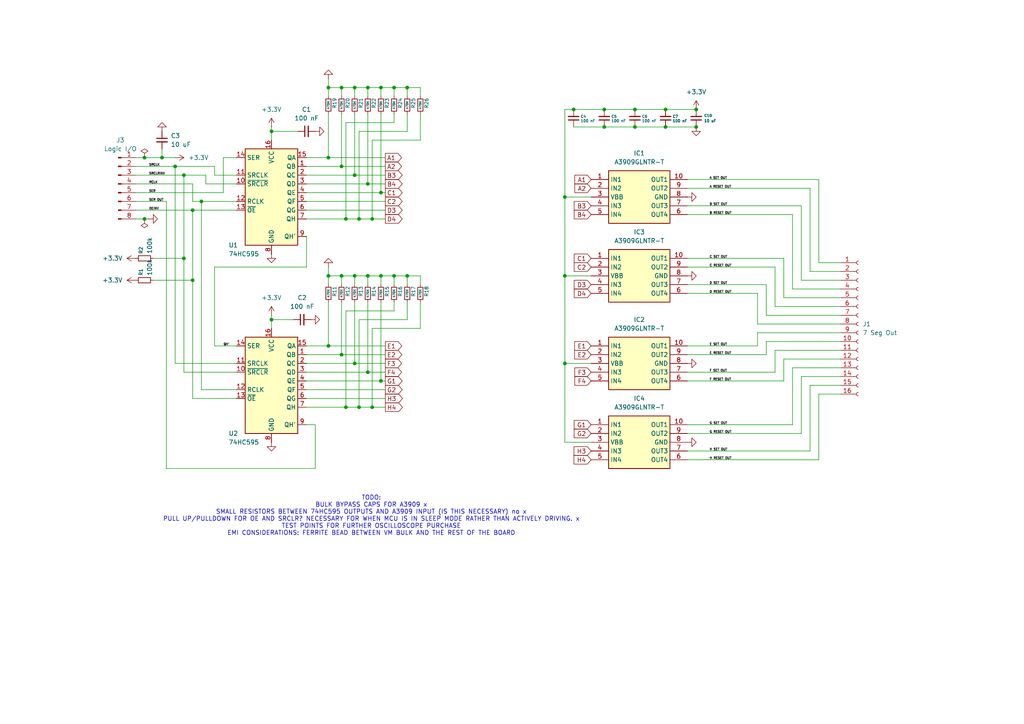
<source format=kicad_sch>
(kicad_sch (version 20250114) (generator "eeschema") (generator_version "9.0")
  (paper "A4")
  (lib_symbols
    (symbol "74xx:74HC595"
      (property "Reference" "U" (at -7.62 13.97 0))
      (property "Value" "74HC595" (at -7.62 -16.51 0))
      (symbol "74HC595_1_0"
        (pin input line (at -10.16 10.16 0) (length 2.54) (name "SER") (number "14"))
        (pin input line (at -10.16 5.08 0) (length 2.54) (name "SRCLK") (number "11"))
        (pin input line (at -10.16 2.54 0) (length 2.54) (name "~{SRCLR}") (number "10"))
        (pin input line (at -10.16 -2.54 0) (length 2.54) (name "RCLK") (number "12"))
        (pin input line (at -10.16 -5.08 0) (length 2.54) (name "~{OE}") (number "13"))
        (pin power_in line (at 0 15.24 270) (length 2.54) (name "VCC") (number "16"))
        (pin power_in line (at 0 -17.78 90) (length 2.54) (name "GND") (number "8"))
        (pin tri_state line (at 10.16 10.16 180) (length 2.54) (name "QA") (number "15"))
        (pin tri_state line (at 10.16 7.62 180) (length 2.54) (name "QB") (number "1"))
        (pin tri_state line (at 10.16 5.08 180) (length 2.54) (name "QC") (number "2"))
        (pin tri_state line (at 10.16 2.54 180) (length 2.54) (name "QD") (number "3"))
        (pin tri_state line (at 10.16 0 180) (length 2.54) (name "QE") (number "4"))
        (pin tri_state line (at 10.16 -2.54 180) (length 2.54) (name "QF") (number "5"))
        (pin tri_state line (at 10.16 -5.08 180) (length 2.54) (name "QG") (number "6"))
        (pin tri_state line (at 10.16 -7.62 180) (length 2.54) (name "QH") (number "7"))
        (pin output line (at 10.16 -12.7 180) (length 2.54) (name "QH'") (number "9"))
      )
      (symbol "74HC595_1_1"
        (rectangle (start -7.62 12.7) (end 7.62 -15.24) (stroke (width 0.254)) (fill (type background)))
      )
    )
    (symbol "A3909GLNTR-T:A3909GLNTR-T"
      (property "Reference" "IC" (at 24.13 7.62 0))
      (property "Value" "A3909GLNTR-T" (at 24.13 5.08 0))
      (symbol "A3909GLNTR-T_1_1"
        (rectangle (start 5.08 2.54) (end 22.86 -12.7) (stroke (width 0.254)) (fill (type background)))
        (pin passive line (at 0 0 0) (length 5.08) (name "IN1") (number "1"))
        (pin passive line (at 0 -2.54 0) (length 5.08) (name "IN2") (number "2"))
        (pin passive line (at 0 -5.08 0) (length 5.08) (name "VBB") (number "3"))
        (pin passive line (at 0 -7.62 0) (length 5.08) (name "IN3") (number "4"))
        (pin passive line (at 0 -10.16 0) (length 5.08) (name "IN4") (number "5"))
        (pin passive line (at 27.94 0 180) (length 5.08) (name "OUT1") (number "10"))
        (pin passive line (at 27.94 -2.54 180) (length 5.08) (name "OUT2") (number "9"))
        (pin passive line (at 27.94 -5.08 180) (length 5.08) (name "GND") (number "8"))
        (pin passive line (at 27.94 -7.62 180) (length 5.08) (name "OUT3") (number "7"))
        (pin passive line (at 27.94 -10.16 180) (length 5.08) (name "OUT4") (number "6"))
      )
    )
    (symbol "Connector:Conn_01x08_Pin" (pin_names (offset 1.016) (hide yes))
      (property "Reference" "J" (at 0 10.16 0))
      (property "Value" "Conn_01x08_Pin" (at 0 -12.7 0))
      (symbol "Conn_01x08_Pin_1_1"
        (rectangle (start 0.8636 7.747) (end 0 7.493) (stroke (width 0.1524)) (fill (type outline)))
        (rectangle (start 0.8636 5.207) (end 0 4.953) (stroke (width 0.1524)) (fill (type outline)))
        (rectangle (start 0.8636 2.667) (end 0 2.413) (stroke (width 0.1524)) (fill (type outline)))
        (rectangle (start 0.8636 0.127) (end 0 -0.127) (stroke (width 0.1524)) (fill (type outline)))
        (rectangle (start 0.8636 -2.413) (end 0 -2.667) (stroke (width 0.1524)) (fill (type outline)))
        (rectangle (start 0.8636 -4.953) (end 0 -5.207) (stroke (width 0.1524)) (fill (type outline)))
        (rectangle (start 0.8636 -7.493) (end 0 -7.747) (stroke (width 0.1524)) (fill (type outline)))
        (rectangle (start 0.8636 -10.033) (end 0 -10.287) (stroke (width 0.1524)) (fill (type outline)))
        (polyline (pts (xy 1.27 7.62) (xy 0.8636 7.62)) (stroke (width 0.1524)))
        (polyline (pts (xy 1.27 5.08) (xy 0.8636 5.08)) (stroke (width 0.1524)))
        (polyline (pts (xy 1.27 2.54) (xy 0.8636 2.54)) (stroke (width 0.1524)))
        (polyline (pts (xy 1.27 0) (xy 0.8636 0)) (stroke (width 0.1524)))
        (polyline (pts (xy 1.27 -2.54) (xy 0.8636 -2.54)) (stroke (width 0.1524)))
        (polyline (pts (xy 1.27 -5.08) (xy 0.8636 -5.08)) (stroke (width 0.1524)))
        (polyline (pts (xy 1.27 -7.62) (xy 0.8636 -7.62)) (stroke (width 0.1524)))
        (polyline (pts (xy 1.27 -10.16) (xy 0.8636 -10.16)) (stroke (width 0.1524)))
        (pin passive line (at 5.08 7.62 180) (length 3.81) (name "Pin_1") (number "1"))
        (pin passive line (at 5.08 5.08 180) (length 3.81) (name "Pin_2") (number "2"))
        (pin passive line (at 5.08 2.54 180) (length 3.81) (name "Pin_3") (number "3"))
        (pin passive line (at 5.08 0 180) (length 3.81) (name "Pin_4") (number "4"))
        (pin passive line (at 5.08 -2.54 180) (length 3.81) (name "Pin_5") (number "5"))
        (pin passive line (at 5.08 -5.08 180) (length 3.81) (name "Pin_6") (number "6"))
        (pin passive line (at 5.08 -7.62 180) (length 3.81) (name "Pin_7") (number "7"))
        (pin passive line (at 5.08 -10.16 180) (length 3.81) (name "Pin_8") (number "8"))
      )
    )
    (symbol "Connector:Conn_01x16_Socket" (pin_names (offset 1.016) (hide yes))
      (property "Reference" "J" (at 0 20.32 0))
      (property "Value" "Conn_01x16_Socket" (at 0 -22.86 0))
      (symbol "Conn_01x16_Socket_1_1"
        (polyline (pts (xy -1.27 17.78) (xy -0.508 17.78)) (stroke (width 0.1524)))
        (polyline (pts (xy -1.27 15.24) (xy -0.508 15.24)) (stroke (width 0.1524)))
        (polyline (pts (xy -1.27 12.7) (xy -0.508 12.7)) (stroke (width 0.1524)))
        (polyline (pts (xy -1.27 10.16) (xy -0.508 10.16)) (stroke (width 0.1524)))
        (polyline (pts (xy -1.27 7.62) (xy -0.508 7.62)) (stroke (width 0.1524)))
        (polyline (pts (xy -1.27 5.08) (xy -0.508 5.08)) (stroke (width 0.1524)))
        (polyline (pts (xy -1.27 2.54) (xy -0.508 2.54)) (stroke (width 0.1524)))
        (polyline (pts (xy -1.27 0) (xy -0.508 0)) (stroke (width 0.1524)))
        (polyline (pts (xy -1.27 -2.54) (xy -0.508 -2.54)) (stroke (width 0.1524)))
        (polyline (pts (xy -1.27 -5.08) (xy -0.508 -5.08)) (stroke (width 0.1524)))
        (polyline (pts (xy -1.27 -7.62) (xy -0.508 -7.62)) (stroke (width 0.1524)))
        (polyline (pts (xy -1.27 -10.16) (xy -0.508 -10.16)) (stroke (width 0.1524)))
        (polyline (pts (xy -1.27 -12.7) (xy -0.508 -12.7)) (stroke (width 0.1524)))
        (polyline (pts (xy -1.27 -15.24) (xy -0.508 -15.24)) (stroke (width 0.1524)))
        (polyline (pts (xy -1.27 -17.78) (xy -0.508 -17.78)) (stroke (width 0.1524)))
        (polyline (pts (xy -1.27 -20.32) (xy -0.508 -20.32)) (stroke (width 0.1524)))
        (arc (start 0 17.272) (mid -0.5058 17.78) (end 0 18.288) (stroke (width 0.1524)))
        (arc (start 0 14.732) (mid -0.5058 15.24) (end 0 15.748) (stroke (width 0.1524)))
        (arc (start 0 12.192) (mid -0.5058 12.7) (end 0 13.208) (stroke (width 0.1524)))
        (arc (start 0 9.652) (mid -0.5058 10.16) (end 0 10.668) (stroke (width 0.1524)))
        (arc (start 0 7.112) (mid -0.5058 7.62) (end 0 8.128) (stroke (width 0.1524)))
        (arc (start 0 4.572) (mid -0.5058 5.08) (end 0 5.588) (stroke (width 0.1524)))
        (arc (start 0 2.032) (mid -0.5058 2.54) (end 0 3.048) (stroke (width 0.1524)))
        (arc (start 0 -0.508) (mid -0.5058 0) (end 0 0.508) (stroke (width 0.1524)))
        (arc (start 0 -3.048) (mid -0.5058 -2.54) (end 0 -2.032) (stroke (width 0.1524)))
        (arc (start 0 -5.588) (mid -0.5058 -5.08) (end 0 -4.572) (stroke (width 0.1524)))
        (arc (start 0 -8.128) (mid -0.5058 -7.62) (end 0 -7.112) (stroke (width 0.1524)))
        (arc (start 0 -10.668) (mid -0.5058 -10.16) (end 0 -9.652) (stroke (width 0.1524)))
        (arc (start 0 -13.208) (mid -0.5058 -12.7) (end 0 -12.192) (stroke (width 0.1524)))
        (arc (start 0 -15.748) (mid -0.5058 -15.24) (end 0 -14.732) (stroke (width 0.1524)))
        (arc (start 0 -18.288) (mid -0.5058 -17.78) (end 0 -17.272) (stroke (width 0.1524)))
        (arc (start 0 -20.828) (mid -0.5058 -20.32) (end 0 -19.812) (stroke (width 0.1524)))
        (pin passive line (at -5.08 17.78 0) (length 3.81) (name "Pin_1") (number "1"))
        (pin passive line (at -5.08 15.24 0) (length 3.81) (name "Pin_2") (number "2"))
        (pin passive line (at -5.08 12.7 0) (length 3.81) (name "Pin_3") (number "3"))
        (pin passive line (at -5.08 10.16 0) (length 3.81) (name "Pin_4") (number "4"))
        (pin passive line (at -5.08 7.62 0) (length 3.81) (name "Pin_5") (number "5"))
        (pin passive line (at -5.08 5.08 0) (length 3.81) (name "Pin_6") (number "6"))
        (pin passive line (at -5.08 2.54 0) (length 3.81) (name "Pin_7") (number "7"))
        (pin passive line (at -5.08 0 0) (length 3.81) (name "Pin_8") (number "8"))
        (pin passive line (at -5.08 -2.54 0) (length 3.81) (name "Pin_9") (number "9"))
        (pin passive line (at -5.08 -5.08 0) (length 3.81) (name "Pin_10") (number "10"))
        (pin passive line (at -5.08 -7.62 0) (length 3.81) (name "Pin_11") (number "11"))
        (pin passive line (at -5.08 -10.16 0) (length 3.81) (name "Pin_12") (number "12"))
        (pin passive line (at -5.08 -12.7 0) (length 3.81) (name "Pin_13") (number "13"))
        (pin passive line (at -5.08 -15.24 0) (length 3.81) (name "Pin_14") (number "14"))
        (pin passive line (at -5.08 -17.78 0) (length 3.81) (name "Pin_15") (number "15"))
        (pin passive line (at -5.08 -20.32 0) (length 3.81) (name "Pin_16") (number "16"))
      )
    )
    (symbol "Device:C_Small" (pin_numbers (hide yes)) (pin_names (offset 0.254) (hide yes))
      (property "Reference" "C" (at 0.254 1.778 0))
      (property "Value" "C_Small" (at 0.254 -2.032 0))
      (symbol "C_Small_0_1"
        (polyline (pts (xy -1.524 0.508) (xy 1.524 0.508)) (stroke (width 0.3048)))
        (polyline (pts (xy -1.524 -0.508) (xy 1.524 -0.508)) (stroke (width 0.3302)))
      )
      (symbol "C_Small_1_1"
        (pin passive line (at 0 2.54 270) (length 2.032) (name "~") (number "1"))
        (pin passive line (at 0 -2.54 90) (length 2.032) (name "~") (number "2"))
      )
    )
    (symbol "Device:R_Small" (pin_numbers (hide yes)) (pin_names (offset 0.254) (hide yes))
      (property "Reference" "R" (at 0 0 90))
      (property "Value" "R_Small" (at 1.778 0 90))
      (symbol "R_Small_0_1"
        (rectangle (start -0.762 1.778) (end 0.762 -1.778) (stroke (width 0.2032)))
      )
      (symbol "R_Small_1_1"
        (pin passive line (at 0 2.54 270) (length 0.762) (name "~") (number "1"))
        (pin passive line (at 0 -2.54 90) (length 0.762) (name "~") (number "2"))
      )
    )
    (symbol "power:+3.3V" (power) (pin_numbers (hide yes)) (pin_names (offset 0) (hide yes))
      (property "Value" "+3.3V" (at 0 3.556 0))
      (symbol "+3.3V_0_1"
        (polyline (pts (xy -0.762 1.27) (xy 0 2.54)))
        (polyline (pts (xy 0 2.54) (xy 0.762 1.27)))
        (polyline (pts (xy 0 0) (xy 0 2.54)))
      )
      (symbol "+3.3V_1_1"
        (pin power_in line (at 0 0 90) (length 0) (name "~") (number "1"))
      )
    )
    (symbol "power:GND" (power) (pin_numbers (hide yes)) (pin_names (offset 0) (hide yes))
      (property "Value" "GND" (at 0 -3.81 0))
      (symbol "GND_0_1"
        (polyline (pts (xy 0 0) (xy 0 -1.27) (xy 1.27 -1.27) (xy 0 -2.54) (xy -1.27 -1.27) (xy 0 -1.27)))
      )
      (symbol "GND_1_1"
        (pin power_in line (at 0 0 270) (length 0) (name "~") (number "1"))
      )
    )
    (symbol "power:PWR_FLAG" (power) (pin_numbers (hide yes)) (pin_names (offset 0) (hide yes))
      (property "Value" "PWR_FLAG" (at 0 3.81 0))
      (symbol "PWR_FLAG_0_0"
        (pin power_out line (at 0 0 90) (length 0) (name "~") (number "1"))
      )
      (symbol "PWR_FLAG_0_1"
        (polyline (pts (xy 0 0) (xy 0 1.27) (xy -1.016 1.905) (xy 0 2.54) (xy 1.016 1.905) (xy 0 1.27)))
      )
    )
  )
  (text "TODO:\nBULK BYPASS CAPS FOR A3909 x\nSMALL RESISTORS BETWEEN 74HC595 OUTPUTS AND A3909 INPUT (IS THIS NECESSARY) no x\nPULL UP/PULLDOWN FOR OE AND SRCLR? NECESSARY FOR WHEN MCU IS IN SLEEP MODE RATHER THAN ACTIVELY DRIVING. x\nTEST POINTS FOR FURTHER OSCILLOSCOPE PURCHASE\nEMI CONSIDERATIONS: FERRITE BEAD BETWEEN VM BULK AND THE REST OF THE BOARD" (at 107.696 149.606 0) (effects (font (size 1.27 1.27))))
  (junction (at 46.99 45.72))
  (junction (at 55.88 81.28))
  (junction (at 104.14 118.11))
  (junction (at 99.06 102.87))
  (junction (at 102.87 25.4))
  (junction (at 78.74 38.1))
  (junction (at 102.87 105.41))
  (junction (at 175.26 31.75))
  (junction (at 95.25 100.33))
  (junction (at 184.15 31.75))
  (junction (at 201.93 31.75))
  (junction (at 53.34 50.8))
  (junction (at 163.83 80.01))
  (junction (at 50.8 48.26))
  (junction (at 104.14 63.5))
  (junction (at 107.95 118.11))
  (junction (at 106.68 80.01))
  (junction (at 110.49 55.88))
  (junction (at 110.49 110.49))
  (junction (at 201.93 36.83))
  (junction (at 100.33 63.5))
  (junction (at 163.83 57.15))
  (junction (at 78.74 92.71))
  (junction (at 166.37 31.75))
  (junction (at 95.25 45.72))
  (junction (at 99.06 25.4))
  (junction (at 102.87 50.8))
  (junction (at 99.06 80.01))
  (junction (at 193.04 36.83))
  (junction (at 41.91 45.72))
  (junction (at 114.3 80.01))
  (junction (at 107.95 63.5))
  (junction (at 106.68 107.95))
  (junction (at 95.25 25.4))
  (junction (at 175.26 36.83))
  (junction (at 163.83 105.41))
  (junction (at 55.88 60.96))
  (junction (at 95.25 80.01))
  (junction (at 99.06 48.26))
  (junction (at 102.87 80.01))
  (junction (at 106.68 25.4))
  (junction (at 193.04 31.75))
  (junction (at 184.15 36.83))
  (junction (at 53.34 74.93))
  (junction (at 118.11 25.4))
  (junction (at 110.49 25.4))
  (junction (at 118.11 80.01))
  (junction (at 58.42 58.42))
  (junction (at 100.33 118.11))
  (junction (at 110.49 80.01))
  (junction (at 41.91 63.5))
  (junction (at 114.3 25.4))
  (junction (at 106.68 53.34))
  (wire (pts (xy 199.39 125.73) (xy 232.41 125.73)))
  (wire (pts (xy 43.18 63.5) (xy 41.91 63.5)))
  (wire (pts (xy 227.33 74.93) (xy 227.33 86.36)))
  (wire (pts (xy 163.83 105.41) (xy 171.45 105.41)))
  (wire (pts (xy 88.9 118.11) (xy 100.33 118.11)))
  (wire (pts (xy 88.9 102.87) (xy 99.06 102.87)))
  (wire (pts (xy 201.93 36.83) (xy 193.04 36.83)))
  (wire (pts (xy 88.9 123.19) (xy 91.44 123.19)))
  (wire (pts (xy 163.83 80.01) (xy 163.83 57.15)))
  (wire (pts (xy 106.68 80.01) (xy 106.68 82.55)))
  (wire (pts (xy 100.33 118.11) (xy 100.33 90.17)))
  (wire (pts (xy 199.39 82.55) (xy 222.25 82.55)))
  (wire (pts (xy 44.45 74.93) (xy 53.34 74.93)))
  (wire (pts (xy 95.25 80.01) (xy 99.06 80.01)))
  (wire (pts (xy 199.39 85.09) (xy 219.71 85.09)))
  (wire (pts (xy 110.49 25.4) (xy 110.49 27.94)))
  (wire (pts (xy 118.11 38.1) (xy 118.11 33.02)))
  (wire (pts (xy 227.33 104.14) (xy 243.84 104.14)))
  (wire (pts (xy 100.33 118.11) (xy 104.14 118.11)))
  (wire (pts (xy 110.49 55.88) (xy 111.76 55.88)))
  (wire (pts (xy 91.44 135.89) (xy 48.26 135.89)))
  (wire (pts (xy 58.42 58.42) (xy 58.42 113.03)))
  (wire (pts (xy 48.26 58.42) (xy 39.37 58.42)))
  (wire (pts (xy 50.8 48.26) (xy 50.8 105.41)))
  (wire (pts (xy 107.95 95.25) (xy 121.92 95.25)))
  (wire (pts (xy 118.11 80.01) (xy 118.11 82.55)))
  (wire (pts (xy 118.11 92.71) (xy 118.11 87.63)))
  (wire (pts (xy 166.37 31.75) (xy 175.26 31.75)))
  (wire (pts (xy 199.39 133.35) (xy 237.49 133.35)))
  (wire (pts (xy 106.68 25.4) (xy 106.68 27.94)))
  (wire (pts (xy 121.92 25.4) (xy 121.92 27.94)))
  (wire (pts (xy 107.95 118.11) (xy 107.95 95.25)))
  (wire (pts (xy 99.06 80.01) (xy 99.06 82.55)))
  (wire (pts (xy 53.34 50.8) (xy 53.34 74.93)))
  (wire (pts (xy 118.11 80.01) (xy 121.92 80.01)))
  (wire (pts (xy 88.9 50.8) (xy 102.87 50.8)))
  (wire (pts (xy 59.69 50.8) (xy 59.69 53.34)))
  (wire (pts (xy 237.49 114.3) (xy 243.84 114.3)))
  (wire (pts (xy 106.68 33.02) (xy 106.68 53.34)))
  (wire (pts (xy 39.37 48.26) (xy 50.8 48.26)))
  (wire (pts (xy 234.95 111.76) (xy 243.84 111.76)))
  (wire (pts (xy 110.49 80.01) (xy 114.3 80.01)))
  (wire (pts (xy 53.34 50.8) (xy 59.69 50.8)))
  (wire (pts (xy 88.9 63.5) (xy 100.33 63.5)))
  (wire (pts (xy 171.45 57.15) (xy 163.83 57.15)))
  (wire (pts (xy 237.49 52.07) (xy 237.49 76.2)))
  (wire (pts (xy 199.39 123.19) (xy 229.87 123.19)))
  (wire (pts (xy 224.79 77.47) (xy 224.79 88.9)))
  (wire (pts (xy 237.49 133.35) (xy 237.49 114.3)))
  (wire (pts (xy 102.87 87.63) (xy 102.87 105.41)))
  (wire (pts (xy 199.39 74.93) (xy 227.33 74.93)))
  (wire (pts (xy 104.14 92.71) (xy 118.11 92.71)))
  (wire (pts (xy 106.68 80.01) (xy 110.49 80.01)))
  (wire (pts (xy 107.95 40.64) (xy 121.92 40.64)))
  (wire (pts (xy 55.88 53.34) (xy 55.88 58.42)))
  (wire (pts (xy 102.87 50.8) (xy 111.76 50.8)))
  (wire (pts (xy 78.74 36.83) (xy 78.74 38.1)))
  (wire (pts (xy 107.95 63.5) (xy 111.76 63.5)))
  (wire (pts (xy 102.87 80.01) (xy 102.87 82.55)))
  (wire (pts (xy 95.25 45.72) (xy 111.76 45.72)))
  (wire (pts (xy 163.83 57.15) (xy 163.83 31.75)))
  (wire (pts (xy 100.33 63.5) (xy 100.33 35.56)))
  (wire (pts (xy 184.15 31.75) (xy 175.26 31.75)))
  (wire (pts (xy 62.23 48.26) (xy 62.23 50.8)))
  (wire (pts (xy 88.9 110.49) (xy 110.49 110.49)))
  (wire (pts (xy 163.83 128.27) (xy 163.83 105.41)))
  (wire (pts (xy 184.15 31.75) (xy 193.04 31.75)))
  (wire (pts (xy 41.91 63.5) (xy 39.37 63.5)))
  (wire (pts (xy 88.9 53.34) (xy 106.68 53.34)))
  (wire (pts (xy 95.25 25.4) (xy 99.06 25.4)))
  (wire (pts (xy 78.74 91.44) (xy 78.74 92.71)))
  (wire (pts (xy 99.06 25.4) (xy 102.87 25.4)))
  (wire (pts (xy 237.49 76.2) (xy 243.84 76.2)))
  (wire (pts (xy 62.23 100.33) (xy 68.58 100.33)))
  (wire (pts (xy 107.95 118.11) (xy 111.76 118.11)))
  (wire (pts (xy 88.9 115.57) (xy 111.76 115.57)))
  (wire (pts (xy 232.41 125.73) (xy 232.41 109.22)))
  (wire (pts (xy 88.9 58.42) (xy 111.76 58.42)))
  (wire (pts (xy 88.9 113.03) (xy 111.76 113.03)))
  (wire (pts (xy 199.39 130.81) (xy 234.95 130.81)))
  (wire (pts (xy 99.06 25.4) (xy 99.06 27.94)))
  (wire (pts (xy 106.68 25.4) (xy 110.49 25.4)))
  (wire (pts (xy 55.88 58.42) (xy 58.42 58.42)))
  (wire (pts (xy 110.49 33.02) (xy 110.49 55.88)))
  (wire (pts (xy 219.71 85.09) (xy 219.71 93.98)))
  (wire (pts (xy 95.25 82.55) (xy 95.25 80.01)))
  (wire (pts (xy 114.3 80.01) (xy 114.3 82.55)))
  (wire (pts (xy 110.49 25.4) (xy 114.3 25.4)))
  (wire (pts (xy 102.87 80.01) (xy 106.68 80.01)))
  (wire (pts (xy 95.25 77.47) (xy 95.25 80.01)))
  (wire (pts (xy 100.33 35.56) (xy 114.3 35.56)))
  (wire (pts (xy 64.77 45.72) (xy 68.58 45.72)))
  (wire (pts (xy 106.68 87.63) (xy 106.68 107.95)))
  (wire (pts (xy 219.71 100.33) (xy 219.71 96.52)))
  (wire (pts (xy 199.39 100.33) (xy 219.71 100.33)))
  (wire (pts (xy 110.49 80.01) (xy 110.49 82.55)))
  (wire (pts (xy 46.99 45.72) (xy 41.91 45.72)))
  (wire (pts (xy 114.3 80.01) (xy 118.11 80.01)))
  (wire (pts (xy 114.3 25.4) (xy 118.11 25.4)))
  (wire (pts (xy 99.06 102.87) (xy 111.76 102.87)))
  (wire (pts (xy 100.33 90.17) (xy 114.3 90.17)))
  (wire (pts (xy 95.25 27.94) (xy 95.25 25.4)))
  (wire (pts (xy 224.79 88.9) (xy 243.84 88.9)))
  (wire (pts (xy 88.9 100.33) (xy 95.25 100.33)))
  (wire (pts (xy 58.42 113.03) (xy 68.58 113.03)))
  (wire (pts (xy 199.39 110.49) (xy 227.33 110.49)))
  (wire (pts (xy 199.39 54.61) (xy 234.95 54.61)))
  (wire (pts (xy 59.69 53.34) (xy 68.58 53.34)))
  (wire (pts (xy 163.83 105.41) (xy 163.83 80.01)))
  (wire (pts (xy 102.87 33.02) (xy 102.87 50.8)))
  (wire (pts (xy 99.06 33.02) (xy 99.06 48.26)))
  (wire (pts (xy 102.87 105.41) (xy 111.76 105.41)))
  (wire (pts (xy 99.06 80.01) (xy 102.87 80.01)))
  (wire (pts (xy 229.87 83.82) (xy 243.84 83.82)))
  (wire (pts (xy 222.25 91.44) (xy 243.84 91.44)))
  (wire (pts (xy 171.45 80.01) (xy 163.83 80.01)))
  (wire (pts (xy 110.49 87.63) (xy 110.49 110.49)))
  (wire (pts (xy 99.06 87.63) (xy 99.06 102.87)))
  (wire (pts (xy 199.39 102.87) (xy 222.25 102.87)))
  (wire (pts (xy 95.25 87.63) (xy 95.25 100.33)))
  (wire (pts (xy 50.8 48.26) (xy 62.23 48.26)))
  (wire (pts (xy 39.37 50.8) (xy 53.34 50.8)))
  (wire (pts (xy 55.88 81.28) (xy 55.88 115.57)))
  (wire (pts (xy 100.33 63.5) (xy 104.14 63.5)))
  (wire (pts (xy 55.88 60.96) (xy 55.88 81.28)))
  (wire (pts (xy 229.87 62.23) (xy 229.87 83.82)))
  (wire (pts (xy 114.3 25.4) (xy 114.3 27.94)))
  (wire (pts (xy 78.74 38.1) (xy 78.74 40.64)))
  (wire (pts (xy 110.49 110.49) (xy 111.76 110.49)))
  (wire (pts (xy 121.92 80.01) (xy 121.92 82.55)))
  (wire (pts (xy 88.9 77.47) (xy 62.23 77.47)))
  (wire (pts (xy 78.74 92.71) (xy 85.09 92.71)))
  (wire (pts (xy 229.87 106.68) (xy 243.84 106.68)))
  (wire (pts (xy 114.3 90.17) (xy 114.3 87.63)))
  (wire (pts (xy 95.25 33.02) (xy 95.25 45.72)))
  (wire (pts (xy 39.37 53.34) (xy 55.88 53.34)))
  (wire (pts (xy 46.99 43.18) (xy 46.99 45.72)))
  (wire (pts (xy 229.87 123.19) (xy 229.87 106.68)))
  (wire (pts (xy 234.95 54.61) (xy 234.95 78.74)))
  (wire (pts (xy 219.71 96.52) (xy 243.84 96.52)))
  (wire (pts (xy 184.15 36.83) (xy 175.26 36.83)))
  (wire (pts (xy 58.42 58.42) (xy 68.58 58.42)))
  (wire (pts (xy 104.14 118.11) (xy 107.95 118.11)))
  (wire (pts (xy 171.45 128.27) (xy 163.83 128.27)))
  (wire (pts (xy 163.83 31.75) (xy 166.37 31.75)))
  (wire (pts (xy 88.9 68.58) (xy 88.9 77.47)))
  (wire (pts (xy 104.14 118.11) (xy 104.14 92.71)))
  (wire (pts (xy 121.92 95.25) (xy 121.92 87.63)))
  (wire (pts (xy 222.25 99.06) (xy 243.84 99.06)))
  (wire (pts (xy 39.37 55.88) (xy 64.77 55.88)))
  (wire (pts (xy 99.06 48.26) (xy 111.76 48.26)))
  (wire (pts (xy 39.37 60.96) (xy 55.88 60.96)))
  (wire (pts (xy 234.95 78.74) (xy 243.84 78.74)))
  (wire (pts (xy 88.9 55.88) (xy 110.49 55.88)))
  (wire (pts (xy 201.93 31.75) (xy 193.04 31.75)))
  (wire (pts (xy 50.8 45.72) (xy 46.99 45.72)))
  (wire (pts (xy 44.45 81.28) (xy 55.88 81.28)))
  (wire (pts (xy 199.39 52.07) (xy 237.49 52.07)))
  (wire (pts (xy 62.23 77.47) (xy 62.23 100.33)))
  (wire (pts (xy 107.95 63.5) (xy 107.95 40.64)))
  (wire (pts (xy 62.23 50.8) (xy 68.58 50.8)))
  (wire (pts (xy 55.88 60.96) (xy 68.58 60.96)))
  (wire (pts (xy 121.92 40.64) (xy 121.92 33.02)))
  (wire (pts (xy 234.95 130.81) (xy 234.95 111.76)))
  (wire (pts (xy 50.8 105.41) (xy 68.58 105.41)))
  (wire (pts (xy 78.74 92.71) (xy 78.74 95.25)))
  (wire (pts (xy 199.39 107.95) (xy 224.79 107.95)))
  (wire (pts (xy 104.14 38.1) (xy 118.11 38.1)))
  (wire (pts (xy 224.79 101.6) (xy 243.84 101.6)))
  (wire (pts (xy 222.25 102.87) (xy 222.25 99.06)))
  (wire (pts (xy 118.11 25.4) (xy 121.92 25.4)))
  (wire (pts (xy 199.39 62.23) (xy 229.87 62.23)))
  (wire (pts (xy 53.34 107.95) (xy 68.58 107.95)))
  (wire (pts (xy 64.77 55.88) (xy 64.77 45.72)))
  (wire (pts (xy 55.88 115.57) (xy 68.58 115.57)))
  (wire (pts (xy 227.33 110.49) (xy 227.33 104.14)))
  (wire (pts (xy 232.41 81.28) (xy 243.84 81.28)))
  (wire (pts (xy 199.39 59.69) (xy 232.41 59.69)))
  (wire (pts (xy 102.87 25.4) (xy 102.87 27.94)))
  (wire (pts (xy 106.68 107.95) (xy 111.76 107.95)))
  (wire (pts (xy 118.11 25.4) (xy 118.11 27.94)))
  (wire (pts (xy 102.87 25.4) (xy 106.68 25.4)))
  (wire (pts (xy 95.25 22.86) (xy 95.25 25.4)))
  (wire (pts (xy 48.26 135.89) (xy 48.26 58.42)))
  (wire (pts (xy 88.9 107.95) (xy 106.68 107.95)))
  (wire (pts (xy 199.39 77.47) (xy 224.79 77.47)))
  (wire (pts (xy 53.34 74.93) (xy 53.34 107.95)))
  (wire (pts (xy 222.25 82.55) (xy 222.25 91.44)))
  (wire (pts (xy 232.41 59.69) (xy 232.41 81.28)))
  (wire (pts (xy 184.15 36.83) (xy 193.04 36.83)))
  (wire (pts (xy 41.91 45.72) (xy 39.37 45.72)))
  (wire (pts (xy 114.3 35.56) (xy 114.3 33.02)))
  (wire (pts (xy 227.33 86.36) (xy 243.84 86.36)))
  (wire (pts (xy 86.36 38.1) (xy 78.74 38.1)))
  (wire (pts (xy 95.25 100.33) (xy 111.76 100.33)))
  (wire (pts (xy 91.44 123.19) (xy 91.44 135.89)))
  (wire (pts (xy 106.68 53.34) (xy 111.76 53.34)))
  (wire (pts (xy 88.9 48.26) (xy 99.06 48.26)))
  (wire (pts (xy 232.41 109.22) (xy 243.84 109.22)))
  (wire (pts (xy 219.71 93.98) (xy 243.84 93.98)))
  (wire (pts (xy 88.9 60.96) (xy 111.76 60.96)))
  (wire (pts (xy 224.79 107.95) (xy 224.79 101.6)))
  (wire (pts (xy 88.9 105.41) (xy 102.87 105.41)))
  (wire (pts (xy 104.14 63.5) (xy 107.95 63.5)))
  (wire (pts (xy 104.14 63.5) (xy 104.14 38.1)))
  (wire (pts (xy 88.9 45.72) (xy 95.25 45.72)))
  (wire (pts (xy 166.37 36.83) (xy 175.26 36.83)))
  (label "A SET OUT" (at 205.74 52.07 0) (effects (font (size 0.635 0.635))))
  (label "A RESET OUT" (at 205.74 54.61 0) (effects (font (size 0.635 0.635))))
  (label "B SET OUT" (at 205.74 59.69 0) (effects (font (size 0.635 0.635))))
  (label "B RESET OUT" (at 205.74 62.23 0) (effects (font (size 0.635 0.635))))
  (label "C SET OUT" (at 205.74 74.93 0) (effects (font (size 0.635 0.635))))
  (label "C RESET OUT" (at 205.74 77.47 0) (effects (font (size 0.635 0.635))))
  (label "D SET OUT" (at 205.74 82.55 0) (effects (font (size 0.635 0.635))))
  (label "D RESET OUT" (at 205.74 85.09 0) (effects (font (size 0.635 0.635))))
  (label "H RESET OUT" (at 205.74 133.35 0) (effects (font (size 0.635 0.635))))
  (label "E SET OUT" (at 205.74 100.33 0) (effects (font (size 0.635 0.635))))
  (label "E RESET OUT" (at 205.74 102.87 0) (effects (font (size 0.635 0.635))))
  (label "F SET OUT" (at 205.74 107.95 0) (effects (font (size 0.635 0.635))))
  (label "F RESET OUT" (at 205.74 110.49 0) (effects (font (size 0.635 0.635))))
  (label "G SET OUT" (at 205.74 123.19 0) (effects (font (size 0.635 0.635))))
  (label "G RESET OUT" (at 205.74 125.73 0) (effects (font (size 0.635 0.635))))
  (label "H SET OUT" (at 205.74 130.81 0) (effects (font (size 0.635 0.635))))
  (label "OEINV" (at 43.18 60.96 0) (effects (font (size 0.635 0.635))))
  (label "SER OUT" (at 43.18 58.42 0) (effects (font (size 0.635 0.635))))
  (label "SER" (at 43.18 55.88 0) (effects (font (size 0.635 0.635))))
  (label "SRCLK" (at 43.18 48.26 0) (effects (font (size 0.635 0.635))))
  (label "SRCLRINV" (at 43.18 50.8 0) (effects (font (size 0.635 0.635))))
  (label "RCLK" (at 43.18 53.34 0) (effects (font (size 0.635 0.635))))
  (label "QH'" (at 64.77 100.33 0) (effects (font (size 0.635 0.635))))
  (global_label "A2" (shape output) (at 111.76 48.26 0) (property "Intersheetrefs" "${INTERSHEET_REFS}" (effects (hide yes))))
  (global_label "A1" (shape output) (at 111.76 45.72 0) (property "Intersheetrefs" "${INTERSHEET_REFS}" (effects (hide yes))))
  (global_label "B3" (shape output) (at 111.76 50.8 0) (property "Intersheetrefs" "${INTERSHEET_REFS}" (effects (hide yes))))
  (global_label "B4" (shape output) (at 111.76 53.34 0) (property "Intersheetrefs" "${INTERSHEET_REFS}" (effects (hide yes))))
  (global_label "C2" (shape output) (at 111.76 58.42 0) (property "Intersheetrefs" "${INTERSHEET_REFS}" (effects (hide yes))))
  (global_label "D3" (shape output) (at 111.76 60.96 0) (property "Intersheetrefs" "${INTERSHEET_REFS}" (effects (hide yes))))
  (global_label "C1" (shape output) (at 111.76 55.88 0) (property "Intersheetrefs" "${INTERSHEET_REFS}" (effects (hide yes))))
  (global_label "D4" (shape output) (at 111.76 63.5 0) (property "Intersheetrefs" "${INTERSHEET_REFS}" (effects (hide yes))))
  (global_label "H4" (shape output) (at 111.76 118.11 0) (property "Intersheetrefs" "${INTERSHEET_REFS}" (effects (hide yes))))
  (global_label "F3" (shape output) (at 111.76 105.41 0) (property "Intersheetrefs" "${INTERSHEET_REFS}" (effects (hide yes))))
  (global_label "H3" (shape output) (at 111.76 115.57 0) (property "Intersheetrefs" "${INTERSHEET_REFS}" (effects (hide yes))))
  (global_label "G2" (shape output) (at 111.76 113.03 0) (property "Intersheetrefs" "${INTERSHEET_REFS}" (effects (hide yes))))
  (global_label "G1" (shape output) (at 111.76 110.49 0) (property "Intersheetrefs" "${INTERSHEET_REFS}" (effects (hide yes))))
  (global_label "E2" (shape output) (at 111.76 102.87 0) (property "Intersheetrefs" "${INTERSHEET_REFS}" (effects (hide yes))))
  (global_label "F4" (shape output) (at 111.76 107.95 0) (property "Intersheetrefs" "${INTERSHEET_REFS}" (effects (hide yes))))
  (global_label "E1" (shape output) (at 111.76 100.33 0) (property "Intersheetrefs" "${INTERSHEET_REFS}" (effects (hide yes))))
  (global_label "E2" (shape input) (at 171.45 102.87 180) (property "Intersheetrefs" "${INTERSHEET_REFS}" (effects (hide yes))))
  (global_label "F4" (shape input) (at 171.45 110.49 180) (property "Intersheetrefs" "${INTERSHEET_REFS}" (effects (hide yes))))
  (global_label "F3" (shape input) (at 171.45 107.95 180) (property "Intersheetrefs" "${INTERSHEET_REFS}" (effects (hide yes))))
  (global_label "E1" (shape input) (at 171.45 100.33 180) (property "Intersheetrefs" "${INTERSHEET_REFS}" (effects (hide yes))))
  (global_label "G1" (shape input) (at 171.45 123.19 180) (property "Intersheetrefs" "${INTERSHEET_REFS}" (effects (hide yes))))
  (global_label "G2" (shape input) (at 171.45 125.73 180) (property "Intersheetrefs" "${INTERSHEET_REFS}" (effects (hide yes))))
  (global_label "B3" (shape input) (at 171.45 59.69 180) (property "Intersheetrefs" "${INTERSHEET_REFS}" (effects (hide yes))))
  (global_label "B4" (shape input) (at 171.45 62.23 180) (property "Intersheetrefs" "${INTERSHEET_REFS}" (effects (hide yes))))
  (global_label "D3" (shape input) (at 171.45 82.55 180) (property "Intersheetrefs" "${INTERSHEET_REFS}" (effects (hide yes))))
  (global_label "A2" (shape input) (at 171.45 54.61 180) (property "Intersheetrefs" "${INTERSHEET_REFS}" (effects (hide yes))))
  (global_label "C1" (shape input) (at 171.45 74.93 180) (property "Intersheetrefs" "${INTERSHEET_REFS}" (effects (hide yes))))
  (global_label "C2" (shape input) (at 171.45 77.47 180) (property "Intersheetrefs" "${INTERSHEET_REFS}" (effects (hide yes))))
  (global_label "A1" (shape input) (at 171.45 52.07 180) (property "Intersheetrefs" "${INTERSHEET_REFS}" (effects (hide yes))))
  (global_label "D4" (shape input) (at 171.45 85.09 180) (property "Intersheetrefs" "${INTERSHEET_REFS}" (effects (hide yes))))
  (global_label "H3" (shape input) (at 171.45 130.81 180) (property "Intersheetrefs" "${INTERSHEET_REFS}" (effects (hide yes))))
  (global_label "H4" (shape input) (at 171.45 133.35 180) (property "Intersheetrefs" "${INTERSHEET_REFS}" (effects (hide yes))))
  (symbol (lib_id "power:GND") (at 91.44 38.1 90) (unit 1)
    (property "Reference" "#PWR019" (effects (hide yes)))
    (property "Value" "GND" (effects (hide yes)))
    (property "Description" "Power symbol creates a global label with name \"GND\" , ground" (effects (hide yes)))
  )
  (symbol (lib_id "power:+3.3V") (at 50.8 45.72 270) (unit 1)
    (property "Reference" "#PWR01" (effects (hide yes)))
    (property "Value" "+3.3V" (at 54.61 45.7199 90) (effects (justify left)))
    (property "Description" "Power symbol creates a global label with name \"+3.3V\"" (effects (hide yes)))
  )
  (symbol (lib_id "Device:C_Small") (at 166.37 34.29 180) (unit 1)
    (property "Reference" "C4" (at 168.402 33.782 0) (effects (font (size 0.762 0.762)) (justify right)))
    (property "Value" "100 nF" (at 168.402 35.052 0) (effects (font (size 0.762 0.762)) (justify right)))
    (property "Description" "Unpolarized capacitor, small symbol" (effects (hide yes)))
  )
  (symbol (lib_id "Device:R_Small") (at 102.87 85.09 0) (unit 1)
    (property "Reference" "R13" (at 104.648 86.106 90) (effects (font (size 1.016 1.016)) (justify left)))
    (property "Value" "470K" (at 102.87 86.36 90) (effects (font (size 0.635 0.635)) (justify left)))
    (property "Description" "Resistor, small symbol" (effects (hide yes)))
  )
  (symbol (lib_id "Device:R_Small") (at 99.06 30.48 0) (unit 1)
    (property "Reference" "R20" (at 100.838 31.496 90) (effects (font (size 1.016 1.016)) (justify left)))
    (property "Value" "470K" (at 99.06 31.75 90) (effects (font (size 0.635 0.635)) (justify left)))
    (property "Description" "Resistor, small symbol" (effects (hide yes)))
  )
  (symbol (lib_id "Device:R_Small") (at 121.92 30.48 0) (unit 1)
    (property "Reference" "R26" (at 123.698 31.496 90) (effects (font (size 1.016 1.016)) (justify left)))
    (property "Value" "470K" (at 121.92 31.75 90) (effects (font (size 0.635 0.635)) (justify left)))
    (property "Description" "Resistor, small symbol" (effects (hide yes)))
  )
  (symbol (lib_id "Device:R_Small") (at 118.11 85.09 0) (unit 1)
    (property "Reference" "R17" (at 119.888 86.106 90) (effects (font (size 1.016 1.016)) (justify left)))
    (property "Value" "470K" (at 118.11 86.36 90) (effects (font (size 0.635 0.635)) (justify left)))
    (property "Description" "Resistor, small symbol" (effects (hide yes)))
  )
  (symbol (lib_id "Device:R_Small") (at 110.49 85.09 0) (unit 1)
    (property "Reference" "R15" (at 112.268 86.106 90) (effects (font (size 1.016 1.016)) (justify left)))
    (property "Value" "470K" (at 110.49 86.36 90) (effects (font (size 0.635 0.635)) (justify left)))
    (property "Description" "Resistor, small symbol" (effects (hide yes)))
  )
  (symbol (lib_id "power:GND") (at 95.25 77.47 180) (unit 1)
    (property "Reference" "#PWR014" (effects (hide yes)))
    (property "Value" "GND" (effects (hide yes)))
    (property "Description" "Power symbol creates a global label with name \"GND\" , ground" (effects (hide yes)))
  )
  (symbol (lib_id "Device:R_Small") (at 95.25 85.09 0) (unit 1)
    (property "Reference" "R11" (at 97.028 86.106 90) (effects (font (size 1.016 1.016)) (justify left)))
    (property "Value" "470K" (at 95.25 86.36 90) (effects (font (size 0.635 0.635)) (justify left)))
    (property "Description" "Resistor, small symbol" (effects (hide yes)))
  )
  (symbol (lib_id "power:GND") (at 95.25 22.86 180) (unit 1)
    (property "Reference" "#PWR013" (effects (hide yes)))
    (property "Value" "GND" (effects (hide yes)))
    (property "Description" "Power symbol creates a global label with name \"GND\" , ground" (effects (hide yes)))
  )
  (symbol (lib_id "Device:R_Small") (at 106.68 85.09 0) (unit 1)
    (property "Reference" "R14" (at 108.458 86.106 90) (effects (font (size 1.016 1.016)) (justify left)))
    (property "Value" "470K" (at 106.68 86.36 90) (effects (font (size 0.635 0.635)) (justify left)))
    (property "Description" "Resistor, small symbol" (effects (hide yes)))
  )
  (symbol (lib_id "Device:R_Small") (at 121.92 85.09 0) (unit 1)
    (property "Reference" "R18" (at 123.698 86.106 90) (effects (font (size 1.016 1.016)) (justify left)))
    (property "Value" "470K" (at 121.92 86.36 90) (effects (font (size 0.635 0.635)) (justify left)))
    (property "Description" "Resistor, small symbol" (effects (hide yes)))
  )
  (symbol (lib_id "power:GND") (at 46.99 38.1 180) (unit 1)
    (property "Reference" "#PWR021" (effects (hide yes)))
    (property "Value" "GND" (effects (hide yes)))
    (property "Description" "Power symbol creates a global label with name \"GND\" , ground" (effects (hide yes)))
  )
  (symbol (lib_id "power:GND") (at 78.74 128.27 0) (mirror y) (unit 1)
    (property "Reference" "#PWR06" (effects (hide yes)))
    (property "Value" "GND" (effects (hide yes)))
    (property "Description" "Power symbol creates a global label with name \"GND\" , ground" (effects (hide yes)))
  )
  (symbol (lib_id "A3909GLNTR-T:A3909GLNTR-T") (at 171.45 74.93 0) (unit 1)
    (property "Reference" "IC3" (at 185.42 67.31 0))
    (property "Value" "A3909GLNTR-T" (at 185.42 69.85 0))
    (property "Footprint" "KiCad:SOP100P600X175-10N" (effects (hide yes)))
    (property "Datasheet" "http://www.allegromicro.com/~/media/files/datasheets/a3909-datasheet.pdf" (effects (hide yes)))
    (property "Description" "Low Voltage Dual Full-Bridge Motor Driver" (effects (hide yes)))
    (property "Height" "1.75" (effects (hide yes)))
    (property "Mouser Part Number" "250-A3909GLNTR-T" (effects (hide yes)))
    (property "Mouser Price/Stock" "https://www.mouser.co.uk/ProductDetail/Allegro-MicroSystems/A3909GLNTR-T?qs=pUKx8fyJudC%252BMGD7t6mLWQ%3D%3D" (effects (hide yes)))
    (property "Manufacturer_Name" "Allegro Microsystems" (effects (hide yes)))
    (property "Manufacturer_Part_Number" "A3909GLNTR-T" (effects (hide yes)))
  )
  (symbol (lib_id "power:+3.3V") (at 78.74 36.83 0) (mirror y) (unit 1)
    (property "Reference" "#PWR02" (effects (hide yes)))
    (property "Value" "+3.3V" (at 78.74 31.75 0))
    (property "Description" "Power symbol creates a global label with name \"+3.3V\"" (effects (hide yes)))
  )
  (symbol (lib_id "power:+3.3V") (at 39.37 74.93 90) (mirror x) (unit 1)
    (property "Reference" "#PWR023" (effects (hide yes)))
    (property "Value" "+3.3V" (at 35.56 74.9299 90) (effects (justify left)))
    (property "Description" "Power symbol creates a global label with name \"+3.3V\"" (effects (hide yes)))
  )
  (symbol (lib_id "power:+3.3V") (at 78.74 91.44 0) (mirror y) (unit 1)
    (property "Reference" "#PWR03" (effects (hide yes)))
    (property "Value" "+3.3V" (at 78.74 86.36 0))
    (property "Description" "Power symbol creates a global label with name \"+3.3V\"" (effects (hide yes)))
  )
  (symbol (lib_id "74xx:74HC595") (at 78.74 110.49 0) (unit 1)
    (property "Reference" "U2" (at 66.294 125.73 0) (effects (justify left)))
    (property "Value" "74HC595" (at 66.294 128.27 0) (effects (justify left)))
    (property "Footprint" "Package_SO:SOIC-16_3.9x9.9mm_P1.27mm" (effects (hide yes)))
    (property "Datasheet" "http://www.ti.com/lit/ds/symlink/sn74hc595.pdf" (effects (hide yes)))
    (property "Description" "8-bit serial in/out Shift Register 3-State Outputs" (effects (hide yes)))
  )
  (symbol (lib_id "Device:C_Small") (at 46.99 40.64 0) (unit 1)
    (property "Reference" "C3" (at 49.53 39.3762 0) (effects (justify left)))
    (property "Value" "10 uF" (at 49.53 41.9162 0) (effects (justify left)))
    (property "Description" "Unpolarized capacitor, small symbol" (effects (hide yes)))
  )
  (symbol (lib_id "power:+3.3V") (at 201.93 31.75 0) (mirror y) (unit 1)
    (property "Reference" "#PWR011" (effects (hide yes)))
    (property "Value" "+3.3V" (at 201.93 26.67 0))
    (property "Description" "Power symbol creates a global label with name \"+3.3V\"" (effects (hide yes)))
  )
  (symbol (lib_id "power:GND") (at 199.39 105.41 90) (unit 1)
    (property "Reference" "#PWR08" (effects (hide yes)))
    (property "Value" "GND" (effects (hide yes)))
    (property "Description" "Power symbol creates a global label with name \"GND\" , ground" (effects (hide yes)))
  )
  (symbol (lib_id "A3909GLNTR-T:A3909GLNTR-T") (at 171.45 52.07 0) (unit 1)
    (property "Reference" "IC1" (at 185.42 44.45 0))
    (property "Value" "A3909GLNTR-T" (at 185.42 46.99 0))
    (property "Footprint" "KiCad:SOP100P600X175-10N" (effects (hide yes)))
    (property "Datasheet" "http://www.allegromicro.com/~/media/files/datasheets/a3909-datasheet.pdf" (effects (hide yes)))
    (property "Description" "Low Voltage Dual Full-Bridge Motor Driver" (effects (hide yes)))
    (property "Height" "1.75" (effects (hide yes)))
    (property "Mouser Part Number" "250-A3909GLNTR-T" (effects (hide yes)))
    (property "Mouser Price/Stock" "https://www.mouser.co.uk/ProductDetail/Allegro-MicroSystems/A3909GLNTR-T?qs=pUKx8fyJudC%252BMGD7t6mLWQ%3D%3D" (effects (hide yes)))
    (property "Manufacturer_Name" "Allegro Microsystems" (effects (hide yes)))
    (property "Manufacturer_Part_Number" "A3909GLNTR-T" (effects (hide yes)))
  )
  (symbol (lib_id "Device:R_Small") (at 110.49 30.48 0) (unit 1)
    (property "Reference" "R23" (at 112.268 31.496 90) (effects (font (size 1.016 1.016)) (justify left)))
    (property "Value" "470K" (at 110.49 31.75 90) (effects (font (size 0.635 0.635)) (justify left)))
    (property "Description" "Resistor, small symbol" (effects (hide yes)))
  )
  (symbol (lib_id "Connector:Conn_01x08_Pin") (at 34.29 53.34 0) (unit 1)
    (property "Reference" "J3" (at 34.925 40.64 0))
    (property "Value" "Logic I/O" (at 34.925 43.18 0))
    (property "Description" "Generic connector, single row, 01x08, script generated" (effects (hide yes)))
  )
  (symbol (lib_id "Device:C_Small") (at 87.63 92.71 90) (unit 1)
    (property "Reference" "C2" (at 87.6363 86.36 90))
    (property "Value" "100 nF" (at 87.6363 88.9 90))
    (property "Description" "Unpolarized capacitor, small symbol" (effects (hide yes)))
  )
  (symbol (lib_id "Device:C_Small") (at 193.04 34.29 180) (unit 1)
    (property "Reference" "C7" (at 195.072 33.782 0) (effects (font (size 0.762 0.762)) (justify right)))
    (property "Value" "100 nF" (at 195.072 35.052 0) (effects (font (size 0.762 0.762)) (justify right)))
    (property "Description" "Unpolarized capacitor, small symbol" (effects (hide yes)))
  )
  (symbol (lib_id "power:GND") (at 90.17 92.71 90) (unit 1)
    (property "Reference" "#PWR020" (effects (hide yes)))
    (property "Value" "GND" (effects (hide yes)))
    (property "Description" "Power symbol creates a global label with name \"GND\" , ground" (effects (hide yes)))
  )
  (symbol (lib_id "A3909GLNTR-T:A3909GLNTR-T") (at 171.45 100.33 0) (unit 1)
    (property "Reference" "IC2" (at 185.42 92.71 0))
    (property "Value" "A3909GLNTR-T" (at 185.42 95.25 0))
    (property "Footprint" "KiCad:SOP100P600X175-10N" (effects (hide yes)))
    (property "Datasheet" "http://www.allegromicro.com/~/media/files/datasheets/a3909-datasheet.pdf" (effects (hide yes)))
    (property "Description" "Low Voltage Dual Full-Bridge Motor Driver" (effects (hide yes)))
    (property "Height" "1.75" (effects (hide yes)))
    (property "Mouser Part Number" "250-A3909GLNTR-T" (effects (hide yes)))
    (property "Mouser Price/Stock" "https://www.mouser.co.uk/ProductDetail/Allegro-MicroSystems/A3909GLNTR-T?qs=pUKx8fyJudC%252BMGD7t6mLWQ%3D%3D" (effects (hide yes)))
    (property "Manufacturer_Name" "Allegro Microsystems" (effects (hide yes)))
    (property "Manufacturer_Part_Number" "A3909GLNTR-T" (effects (hide yes)))
  )
  (symbol (lib_id "power:PWR_FLAG") (at 41.91 63.5 0) (mirror x) (unit 1)
    (property "Reference" "#FLG02" (effects (hide yes)))
    (property "Value" "PWR_FLAG" (effects (hide yes)))
    (property "Description" "Special symbol for telling ERC where power comes from" (effects (hide yes)))
  )
  (symbol (lib_id "Device:C_Small") (at 88.9 38.1 90) (unit 1)
    (property "Reference" "C1" (at 88.9063 31.75 90))
    (property "Value" "100 nF" (at 88.9063 34.29 90))
    (property "Description" "Unpolarized capacitor, small symbol" (effects (hide yes)))
  )
  (symbol (lib_id "Device:R_Small") (at 41.91 74.93 90) (unit 1)
    (property "Reference" "R2" (at 40.894 73.66 0) (effects (font (size 1.016 1.016)) (justify left)))
    (property "Value" "100k" (at 43.434 73.66 0) (effects (justify left)))
    (property "Description" "Resistor, small symbol" (effects (hide yes)))
  )
  (symbol (lib_id "Device:R_Small") (at 41.91 81.28 90) (unit 1)
    (property "Reference" "R1" (at 40.894 80.01 0) (effects (font (size 1.016 1.016)) (justify left)))
    (property "Value" "100k" (at 43.434 80.01 0) (effects (justify left)))
    (property "Description" "Resistor, small symbol" (effects (hide yes)))
  )
  (symbol (lib_id "Device:C_Small") (at 201.93 34.29 180) (unit 1)
    (property "Reference" "C10" (at 204.216 33.528 0) (effects (font (size 0.762 0.762)) (justify right)))
    (property "Value" "10 uF" (at 204.216 35.052 0) (effects (font (size 0.762 0.762)) (justify right)))
    (property "Description" "Unpolarized capacitor, small symbol" (effects (hide yes)))
  )
  (symbol (lib_id "74xx:74HC595") (at 78.74 55.88 0) (unit 1)
    (property "Reference" "U1" (at 66.294 71.12 0) (effects (justify left)))
    (property "Value" "74HC595" (at 66.294 73.66 0) (effects (justify left)))
    (property "Footprint" "Package_SO:SOIC-16_3.9x9.9mm_P1.27mm" (effects (hide yes)))
    (property "Datasheet" "http://www.ti.com/lit/ds/symlink/sn74hc595.pdf" (effects (hide yes)))
    (property "Description" "8-bit serial in/out Shift Register 3-State Outputs" (effects (hide yes)))
  )
  (symbol (lib_id "Device:R_Small") (at 102.87 30.48 0) (unit 1)
    (property "Reference" "R21" (at 104.648 31.496 90) (effects (font (size 1.016 1.016)) (justify left)))
    (property "Value" "470K" (at 102.87 31.75 90) (effects (font (size 0.635 0.635)) (justify left)))
    (property "Description" "Resistor, small symbol" (effects (hide yes)))
  )
  (symbol (lib_id "Device:C_Small") (at 175.26 34.29 180) (unit 1)
    (property "Reference" "C5" (at 177.292 33.782 0) (effects (font (size 0.762 0.762)) (justify right)))
    (property "Value" "100 nF" (at 177.292 35.052 0) (effects (font (size 0.762 0.762)) (justify right)))
    (property "Description" "Unpolarized capacitor, small symbol" (effects (hide yes)))
  )
  (symbol (lib_id "power:GND") (at 201.93 36.83 0) (mirror y) (unit 1)
    (property "Reference" "#PWR012" (effects (hide yes)))
    (property "Value" "GND" (effects (hide yes)))
    (property "Description" "Power symbol creates a global label with name \"GND\" , ground" (effects (hide yes)))
  )
  (symbol (lib_id "power:PWR_FLAG") (at 41.91 45.72 0) (unit 1)
    (property "Reference" "#FLG01" (effects (hide yes)))
    (property "Value" "PWR_FLAG" (effects (hide yes)))
    (property "Description" "Special symbol for telling ERC where power comes from" (effects (hide yes)))
  )
  (symbol (lib_id "A3909GLNTR-T:A3909GLNTR-T") (at 171.45 123.19 0) (unit 1)
    (property "Reference" "IC4" (at 185.42 115.57 0))
    (property "Value" "A3909GLNTR-T" (at 185.42 118.11 0))
    (property "Footprint" "KiCad:SOP100P600X175-10N" (effects (hide yes)))
    (property "Datasheet" "http://www.allegromicro.com/~/media/files/datasheets/a3909-datasheet.pdf" (effects (hide yes)))
    (property "Description" "Low Voltage Dual Full-Bridge Motor Driver" (effects (hide yes)))
    (property "Height" "1.75" (effects (hide yes)))
    (property "Mouser Part Number" "250-A3909GLNTR-T" (effects (hide yes)))
    (property "Mouser Price/Stock" "https://www.mouser.co.uk/ProductDetail/Allegro-MicroSystems/A3909GLNTR-T?qs=pUKx8fyJudC%252BMGD7t6mLWQ%3D%3D" (effects (hide yes)))
    (property "Manufacturer_Name" "Allegro Microsystems" (effects (hide yes)))
    (property "Manufacturer_Part_Number" "A3909GLNTR-T" (effects (hide yes)))
  )
  (symbol (lib_id "power:GND") (at 199.39 57.15 90) (unit 1)
    (property "Reference" "#PWR010" (effects (hide yes)))
    (property "Value" "GND" (effects (hide yes)))
    (property "Description" "Power symbol creates a global label with name \"GND\" , ground" (effects (hide yes)))
  )
  (symbol (lib_id "power:+3.3V") (at 39.37 81.28 90) (mirror x) (unit 1)
    (property "Reference" "#PWR024" (effects (hide yes)))
    (property "Value" "+3.3V" (at 35.56 81.2799 90) (effects (justify left)))
    (property "Description" "Power symbol creates a global label with name \"+3.3V\"" (effects (hide yes)))
  )
  (symbol (lib_id "Device:C_Small") (at 184.15 34.29 180) (unit 1)
    (property "Reference" "C6" (at 186.182 33.782 0) (effects (font (size 0.762 0.762)) (justify right)))
    (property "Value" "100 nF" (at 186.182 35.052 0) (effects (font (size 0.762 0.762)) (justify right)))
    (property "Description" "Unpolarized capacitor, small symbol" (effects (hide yes)))
  )
  (symbol (lib_id "Device:R_Small") (at 106.68 30.48 0) (unit 1)
    (property "Reference" "R22" (at 108.458 31.496 90) (effects (font (size 1.016 1.016)) (justify left)))
    (property "Value" "470K" (at 106.68 31.75 90) (effects (font (size 0.635 0.635)) (justify left)))
    (property "Description" "Resistor, small symbol" (effects (hide yes)))
  )
  (symbol (lib_id "Device:R_Small") (at 114.3 30.48 0) (unit 1)
    (property "Reference" "R24" (at 116.078 31.496 90) (effects (font (size 1.016 1.016)) (justify left)))
    (property "Value" "470K" (at 114.3 31.75 90) (effects (font (size 0.635 0.635)) (justify left)))
    (property "Description" "Resistor, small symbol" (effects (hide yes)))
  )
  (symbol (lib_id "power:GND") (at 199.39 128.27 90) (unit 1)
    (property "Reference" "#PWR07" (effects (hide yes)))
    (property "Value" "GND" (effects (hide yes)))
    (property "Description" "Power symbol creates a global label with name \"GND\" , ground" (effects (hide yes)))
  )
  (symbol (lib_id "Device:R_Small") (at 95.25 30.48 0) (unit 1)
    (property "Reference" "R19" (at 97.028 31.496 90) (effects (font (size 1.016 1.016)) (justify left)))
    (property "Value" "470K" (at 95.25 31.75 90) (effects (font (size 0.635 0.635)) (justify left)))
    (property "Description" "Resistor, small symbol" (effects (hide yes)))
  )
  (symbol (lib_id "power:GND") (at 78.74 73.66 0) (mirror y) (unit 1)
    (property "Reference" "#PWR05" (effects (hide yes)))
    (property "Value" "GND" (effects (hide yes)))
    (property "Description" "Power symbol creates a global label with name \"GND\" , ground" (effects (hide yes)))
  )
  (symbol (lib_id "Device:R_Small") (at 99.06 85.09 0) (unit 1)
    (property "Reference" "R12" (at 100.838 86.106 90) (effects (font (size 1.016 1.016)) (justify left)))
    (property "Value" "470K" (at 99.06 86.36 90) (effects (font (size 0.635 0.635)) (justify left)))
    (property "Description" "Resistor, small symbol" (effects (hide yes)))
  )
  (symbol (lib_id "Device:R_Small") (at 118.11 30.48 0) (unit 1)
    (property "Reference" "R25" (at 119.888 31.496 90) (effects (font (size 1.016 1.016)) (justify left)))
    (property "Value" "470K" (at 118.11 31.75 90) (effects (font (size 0.635 0.635)) (justify left)))
    (property "Description" "Resistor, small symbol" (effects (hide yes)))
  )
  (symbol (lib_id "power:GND") (at 199.39 80.01 90) (unit 1)
    (property "Reference" "#PWR09" (effects (hide yes)))
    (property "Value" "GND" (effects (hide yes)))
    (property "Description" "Power symbol creates a global label with name \"GND\" , ground" (effects (hide yes)))
  )
  (symbol (lib_id "power:GND") (at 43.18 63.5 90) (unit 1)
    (property "Reference" "#PWR04" (effects (hide yes)))
    (property "Value" "GND" (effects (hide yes)))
    (property "Description" "Power symbol creates a global label with name \"GND\" , ground" (effects (hide yes)))
  )
  (symbol (lib_id "Connector:Conn_01x16_Socket") (at 248.92 93.98 0) (unit 1)
    (property "Reference" "J1" (at 250.19 93.9799 0) (effects (justify left)))
    (property "Value" "7 Seg Out" (at 250.19 96.5199 0) (effects (justify left)))
    (property "Description" "Generic connector, single row, 01x16, script generated" (effects (hide yes)))
  )
  (symbol (lib_id "Device:R_Small") (at 114.3 85.09 0) (unit 1)
    (property "Reference" "R16" (at 116.078 86.106 90) (effects (font (size 1.016 1.016)) (justify left)))
    (property "Value" "470K" (at 114.3 86.36 90) (effects (font (size 0.635 0.635)) (justify left)))
    (property "Description" "Resistor, small symbol" (effects (hide yes)))
  )
)
</source>
